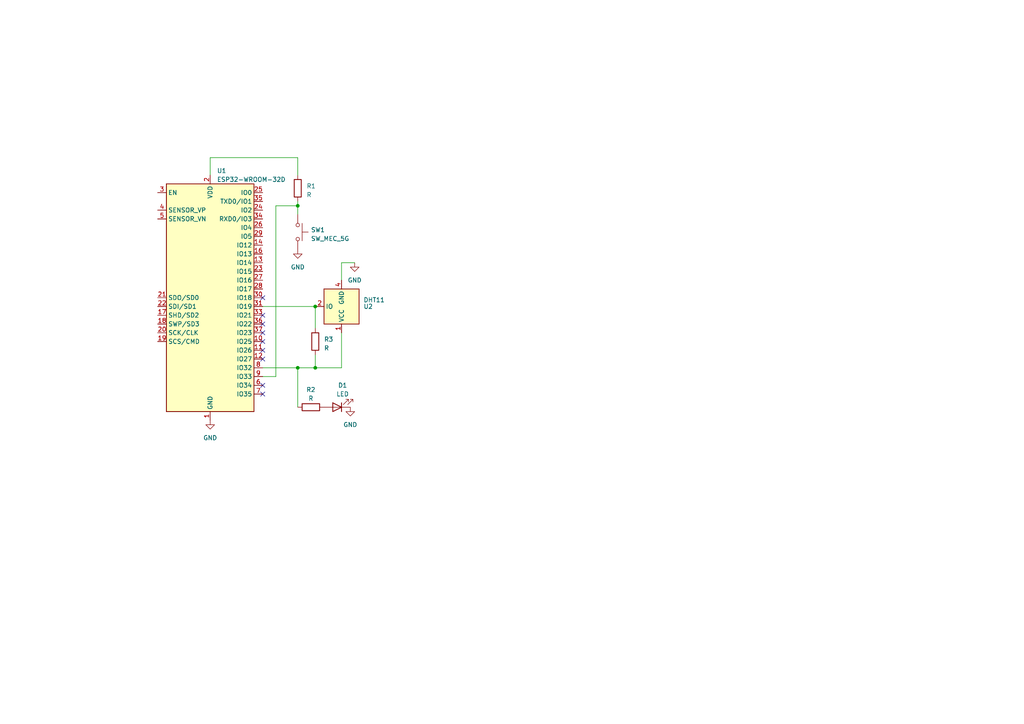
<source format=kicad_sch>
(kicad_sch (version 20230121) (generator eeschema)
  (paper "A4")
  (lib_symbols
    (symbol "Device:LED" (pin_numbers hide) (pin_names (offset 1.016) hide)
      (property "Reference" "D" (at 0 2.54 0))
      (property "Value" "LED" (at 0 -2.54 0))
      (symbol "LED_0_1"
        (polyline (pts (xy -1.27 -1.27) (xy -1.27 1.27)) (stroke (width 0.254)))
        (polyline (pts (xy -1.27 0) (xy 1.27 0)))
        (polyline (pts (xy 1.27 -1.27) (xy 1.27 1.27) (xy -1.27 0) (xy 1.27 -1.27)) (stroke (width 0.254)))
        (polyline (pts (xy -3.048 -0.762) (xy -4.572 -2.286) (xy -3.81 -2.286) (xy -4.572 -2.286) (xy -4.572 -1.524)))
        (polyline (pts (xy -1.778 -0.762) (xy -3.302 -2.286) (xy -2.54 -2.286) (xy -3.302 -2.286) (xy -3.302 -1.524)))
      )
      (symbol "LED_1_1"
        (pin passive line (at -3.81 0 0) (length 2.54) (name "K") (number "1"))
        (pin passive line (at 3.81 0 180) (length 2.54) (name "A") (number "2"))
      )
    )
    (symbol "Device:R" (pin_numbers hide) (pin_names (offset 0))
      (property "Reference" "R" (at 2.032 0 90))
      (property "Value" "R" (at 0 0 90))
      (symbol "R_0_1"
        (rectangle (start -1.016 -2.54) (end 1.016 2.54) (stroke (width 0.254)))
      )
      (symbol "R_1_1"
        (pin passive line (at 0 3.81 270) (length 1.27) (name "~") (number "1"))
        (pin passive line (at 0 -3.81 90) (length 1.27) (name "~") (number "2"))
      )
    )
    (symbol "RF_Module:ESP32-WROOM-32D"
      (property "Reference" "U" (at -12.7 34.29 0))
      (property "Value" "ESP32-WROOM-32D" (at 1.27 34.29 0))
      (symbol "ESP32-WROOM-32D_0_1"
        (rectangle (start -12.7 33.02) (end 12.7 -33.02) (stroke (width 0.254)) (fill (type background)))
      )
      (symbol "ESP32-WROOM-32D_1_1"
        (pin power_in line (at 0 -35.56 90) (length 2.54) (name "GND") (number "1"))
        (pin bidirectional line (at 15.24 -12.7 180) (length 2.54) (name "IO25") (number "10"))
        (pin bidirectional line (at 15.24 -15.24 180) (length 2.54) (name "IO26") (number "11"))
        (pin bidirectional line (at 15.24 -17.78 180) (length 2.54) (name "IO27") (number "12"))
        (pin bidirectional line (at 15.24 10.16 180) (length 2.54) (name "IO14") (number "13"))
        (pin bidirectional line (at 15.24 15.24 180) (length 2.54) (name "IO12") (number "14"))
        (pin passive line (at 0 -35.56 90) (length 2.54) hide (name "GND") (number "15"))
        (pin bidirectional line (at 15.24 12.7 180) (length 2.54) (name "IO13") (number "16"))
        (pin bidirectional line (at -15.24 -5.08 0) (length 2.54) (name "SHD/SD2") (number "17"))
        (pin bidirectional line (at -15.24 -7.62 0) (length 2.54) (name "SWP/SD3") (number "18"))
        (pin bidirectional line (at -15.24 -12.7 0) (length 2.54) (name "SCS/CMD") (number "19"))
        (pin power_in line (at 0 35.56 270) (length 2.54) (name "VDD") (number "2"))
        (pin bidirectional line (at -15.24 -10.16 0) (length 2.54) (name "SCK/CLK") (number "20"))
        (pin bidirectional line (at -15.24 0 0) (length 2.54) (name "SDO/SD0") (number "21"))
        (pin bidirectional line (at -15.24 -2.54 0) (length 2.54) (name "SDI/SD1") (number "22"))
        (pin bidirectional line (at 15.24 7.62 180) (length 2.54) (name "IO15") (number "23"))
        (pin bidirectional line (at 15.24 25.4 180) (length 2.54) (name "IO2") (number "24"))
        (pin bidirectional line (at 15.24 30.48 180) (length 2.54) (name "IO0") (number "25"))
        (pin bidirectional line (at 15.24 20.32 180) (length 2.54) (name "IO4") (number "26"))
        (pin bidirectional line (at 15.24 5.08 180) (length 2.54) (name "IO16") (number "27"))
        (pin bidirectional line (at 15.24 2.54 180) (length 2.54) (name "IO17") (number "28"))
        (pin bidirectional line (at 15.24 17.78 180) (length 2.54) (name "IO5") (number "29"))
        (pin input line (at -15.24 30.48 0) (length 2.54) (name "EN") (number "3"))
        (pin bidirectional line (at 15.24 0 180) (length 2.54) (name "IO18") (number "30"))
        (pin bidirectional line (at 15.24 -2.54 180) (length 2.54) (name "IO19") (number "31"))
        (pin no_connect line (at -12.7 -27.94 0) (length 2.54) hide (name "NC") (number "32"))
        (pin bidirectional line (at 15.24 -5.08 180) (length 2.54) (name "IO21") (number "33"))
        (pin bidirectional line (at 15.24 22.86 180) (length 2.54) (name "RXD0/IO3") (number "34"))
        (pin bidirectional line (at 15.24 27.94 180) (length 2.54) (name "TXD0/IO1") (number "35"))
        (pin bidirectional line (at 15.24 -7.62 180) (length 2.54) (name "IO22") (number "36"))
        (pin bidirectional line (at 15.24 -10.16 180) (length 2.54) (name "IO23") (number "37"))
        (pin passive line (at 0 -35.56 90) (length 2.54) hide (name "GND") (number "38"))
        (pin passive line (at 0 -35.56 90) (length 2.54) hide (name "GND") (number "39"))
        (pin input line (at -15.24 25.4 0) (length 2.54) (name "SENSOR_VP") (number "4"))
        (pin input line (at -15.24 22.86 0) (length 2.54) (name "SENSOR_VN") (number "5"))
        (pin input line (at 15.24 -25.4 180) (length 2.54) (name "IO34") (number "6"))
        (pin input line (at 15.24 -27.94 180) (length 2.54) (name "IO35") (number "7"))
        (pin bidirectional line (at 15.24 -20.32 180) (length 2.54) (name "IO32") (number "8"))
        (pin bidirectional line (at 15.24 -22.86 180) (length 2.54) (name "IO33") (number "9"))
      )
    )
    (symbol "Sensor:DHT11"
      (property "Reference" "U" (at -3.81 6.35 0))
      (property "Value" "DHT11" (at 3.81 6.35 0))
      (symbol "DHT11_0_1"
        (rectangle (start -5.08 5.08) (end 5.08 -5.08) (stroke (width 0.254)) (fill (type background)))
      )
      (symbol "DHT11_1_1"
        (pin power_in line (at 0 7.62 270) (length 2.54) (name "VCC") (number "1"))
        (pin bidirectional line (at 7.62 0 180) (length 2.54) (name "IO") (number "2"))
        (pin no_connect line (at -5.08 0 0) (length 2.54) hide (name "NC") (number "3"))
        (pin power_in line (at 0 -7.62 90) (length 2.54) (name "GND") (number "4"))
      )
    )
    (symbol "Switch:SW_MEC_5G" (pin_numbers hide) (pin_names (offset 1.016) hide)
      (property "Reference" "SW" (at 1.27 2.54 0))
      (property "Value" "SW_MEC_5G" (at 0 -1.524 0))
      (symbol "SW_MEC_5G_0_1"
        (circle (center -2.032 0) (radius 0.508))
        (polyline (pts (xy 0 1.27) (xy 0 3.048)))
        (polyline (pts (xy 2.54 1.27) (xy -2.54 1.27)))
        (circle (center 2.032 0) (radius 0.508))
        (pin passive line (at -5.08 0 0) (length 2.54) (name "A") (number "1"))
        (pin passive line (at 5.08 0 180) (length 2.54) (name "B") (number "3"))
      )
      (symbol "SW_MEC_5G_1_1"
        (pin passive line (at -5.08 0 0) (length 2.54) hide (name "A") (number "2"))
        (pin passive line (at 5.08 0 180) (length 2.54) hide (name "B") (number "4"))
      )
    )
    (symbol "power:GND" (power) (pin_names (offset 0))
      (property "Value" "GND" (at 0 -3.81 0))
      (symbol "GND_0_1"
        (polyline (pts (xy 0 0) (xy 0 -1.27) (xy 1.27 -1.27) (xy 0 -2.54) (xy -1.27 -1.27) (xy 0 -1.27)))
      )
      (symbol "GND_1_1"
        (pin power_in line (at 0 0 270) (length 0) hide (name "GND") (number "1"))
      )
    )
  )
  (junction (at 86.36 106.68))
  (junction (at 91.44 106.68))
  (junction (at 86.36 59.69))
  (junction (at 91.44 88.9))
  (no_connect (at 76.2 111.76))
  (no_connect (at 76.2 104.14))
  (no_connect (at 76.2 86.36))
  (no_connect (at 76.2 99.06))
  (no_connect (at 76.2 114.3))
  (no_connect (at 76.2 93.98))
  (no_connect (at 76.2 91.44))
  (no_connect (at 76.2 101.6))
  (no_connect (at 76.2 96.52))
  (wire (pts (xy 86.36 62.23) (xy 86.36 59.69)))
  (wire (pts (xy 76.2 88.9) (xy 91.44 88.9)))
  (wire (pts (xy 76.2 106.68) (xy 86.36 106.68)))
  (wire (pts (xy 91.44 88.9) (xy 91.44 95.25)))
  (wire (pts (xy 86.36 45.72) (xy 86.36 50.8)))
  (wire (pts (xy 80.01 59.69) (xy 80.01 109.22)))
  (wire (pts (xy 91.44 102.87) (xy 91.44 106.68)))
  (wire (pts (xy 99.06 106.68) (xy 99.06 96.52)))
  (wire (pts (xy 86.36 59.69) (xy 80.01 59.69)))
  (wire (pts (xy 86.36 106.68) (xy 91.44 106.68)))
  (wire (pts (xy 86.36 59.69) (xy 86.36 58.42)))
  (wire (pts (xy 102.87 76.2) (xy 99.06 76.2)))
  (wire (pts (xy 86.36 118.11) (xy 86.36 106.68)))
  (wire (pts (xy 60.96 45.72) (xy 86.36 45.72)))
  (wire (pts (xy 60.96 50.8) (xy 60.96 45.72)))
  (wire (pts (xy 80.01 109.22) (xy 76.2 109.22)))
  (wire (pts (xy 91.44 106.68) (xy 99.06 106.68)))
  (wire (pts (xy 99.06 76.2) (xy 99.06 81.28)))
  (symbol (lib_id "power:GND") (at 102.87 76.2 0) (unit 1)
    (property "Reference" "#PWR02" (effects hide))
    (property "Value" "GND" (at 102.87 81.28 0))
  )
  (symbol (lib_id "Device:LED") (at 97.79 118.11 180) (unit 1)
    (property "Reference" "D1" (at 99.3775 111.76 0))
    (property "Value" "LED" (at 99.3775 114.3 0))
    (property "Footprint" "LED_THT:LED_D3.0mm" (effects hide))
  )
  (symbol (lib_id "power:GND") (at 60.96 121.92 0) (unit 1)
    (property "Reference" "#PWR04" (effects hide))
    (property "Value" "GND" (at 60.96 127 0))
  )
  (symbol (lib_id "Device:R") (at 86.36 54.61 180) (unit 1)
    (property "Reference" "R1" (at 88.9 53.975 0) (effects (justify right)))
    (property "Value" "R" (at 88.9 56.515 0) (effects (justify right)))
  )
  (symbol (lib_id "Switch:SW_MEC_5G") (at 86.36 67.31 270) (unit 1)
    (property "Reference" "SW1" (at 90.17 66.675 90) (effects (justify left)))
    (property "Value" "SW_MEC_5G" (at 90.17 69.215 90) (effects (justify left)))
    (property "Footprint" "Button_Switch_SMD:SW_MEC_5GSH9" (effects hide))
    (property "Datasheet" "http://www.apem.com/int/index.php?controller=attachment&id_attachment=488" (effects hide))
  )
  (symbol (lib_id "RF_Module:ESP32-WROOM-32D") (at 60.96 86.36 0) (unit 1)
    (property "Reference" "U1" (at 62.9159 49.53 0) (effects (justify left)))
    (property "Value" "ESP32-WROOM-32D" (at 62.9159 52.07 0) (effects (justify left)))
    (property "Footprint" "RF_Module:ESP32-WROOM-32D" (effects hide))
    (property "Datasheet" "https://www.espressif.com/sites/default/files/documentation/esp32-wroom-32d_esp32-wroom-32u_datasheet_en.pdf" (effects hide))
  )
  (symbol (lib_id "Device:R") (at 90.17 118.11 90) (unit 1)
    (property "Reference" "R2" (at 90.17 113.03 90))
    (property "Value" "R" (at 90.17 115.57 90))
  )
  (symbol (lib_id "power:GND") (at 101.6 118.11 0) (unit 1)
    (property "Reference" "#PWR01" (effects hide))
    (property "Value" "GND" (at 101.6 123.19 0))
  )
  (symbol (lib_id "Sensor:DHT11") (at 99.06 88.9 180) (unit 1)
    (property "Reference" "U2" (at 105.41 88.9 0) (effects (justify right)))
    (property "Value" "DHT11" (at 105.41 86.995 0) (effects (justify right)))
    (property "Footprint" "Sensor:Aosong_DHT11_5.5x12.0_P2.54mm" (effects hide))
    (property "Datasheet" "http://akizukidenshi.com/download/ds/aosong/DHT11.pdf" (effects hide))
  )
  (symbol (lib_id "Device:R") (at 91.44 99.06 0) (unit 1)
    (property "Reference" "R3" (at 93.98 98.425 0) (effects (justify left)))
    (property "Value" "R" (at 93.98 100.965 0) (effects (justify left)))
  )
  (symbol (lib_id "power:GND") (at 86.36 72.39 0) (unit 1)
    (property "Reference" "#PWR03" (effects hide))
    (property "Value" "GND" (at 86.36 77.47 0))
  )
)
</source>
